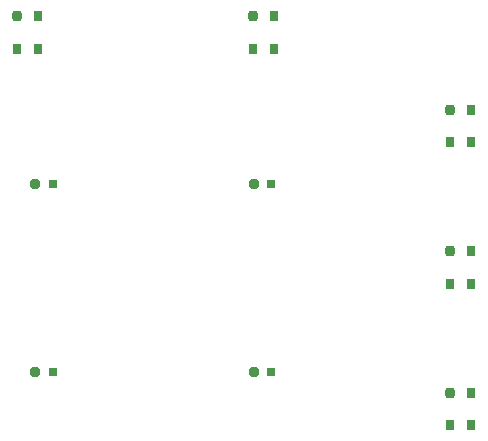
<source format=gbp>
G04*
G04 #@! TF.GenerationSoftware,Altium Limited,Altium Designer,20.1.8 (145)*
G04*
G04 Layer_Color=128*
%FSLAX25Y25*%
%MOIN*%
G70*
G04*
G04 #@! TF.SameCoordinates,4EEE358A-EBC4-4D44-B4B5-89C592D5BD6F*
G04*
G04*
G04 #@! TF.FilePolarity,Positive*
G04*
G01*
G75*
G04:AMPARAMS|DCode=14|XSize=31.5mil|YSize=31.5mil|CornerRadius=7.87mil|HoleSize=0mil|Usage=FLASHONLY|Rotation=0.000|XOffset=0mil|YOffset=0mil|HoleType=Round|Shape=RoundedRectangle|*
%AMROUNDEDRECTD14*
21,1,0.03150,0.01575,0,0,0.0*
21,1,0.01575,0.03150,0,0,0.0*
1,1,0.01575,0.00787,-0.00787*
1,1,0.01575,-0.00787,-0.00787*
1,1,0.01575,-0.00787,0.00787*
1,1,0.01575,0.00787,0.00787*
%
%ADD14ROUNDEDRECTD14*%
%ADD15R,0.03150X0.03150*%
%ADD23R,0.03150X0.03347*%
G04:AMPARAMS|DCode=24|XSize=33.47mil|YSize=31.5mil|CornerRadius=7.87mil|HoleSize=0mil|Usage=FLASHONLY|Rotation=270.000|XOffset=0mil|YOffset=0mil|HoleType=Round|Shape=RoundedRectangle|*
%AMROUNDEDRECTD24*
21,1,0.03347,0.01575,0,0,270.0*
21,1,0.01772,0.03150,0,0,270.0*
1,1,0.01575,-0.00787,-0.00886*
1,1,0.01575,-0.00787,0.00886*
1,1,0.01575,0.00787,0.00886*
1,1,0.01575,0.00787,-0.00886*
%
%ADD24ROUNDEDRECTD24*%
D14*
X35602Y42764D02*
D03*
X108437D02*
D03*
X35602Y105362D02*
D03*
X108437D02*
D03*
D15*
X41508Y42764D02*
D03*
X114342D02*
D03*
X41508Y105362D02*
D03*
X114342D02*
D03*
D23*
X115303Y150551D02*
D03*
X108217D02*
D03*
X115303Y161378D02*
D03*
X36732Y150551D02*
D03*
X29646D02*
D03*
X36732Y161378D02*
D03*
X181051Y24961D02*
D03*
X173965D02*
D03*
X181051Y35787D02*
D03*
Y72205D02*
D03*
X173965D02*
D03*
X181051Y83031D02*
D03*
Y119449D02*
D03*
X173965D02*
D03*
X181051Y130276D02*
D03*
D24*
X108217Y161378D02*
D03*
X29646D02*
D03*
X173965Y35787D02*
D03*
Y83031D02*
D03*
Y130276D02*
D03*
M02*

</source>
